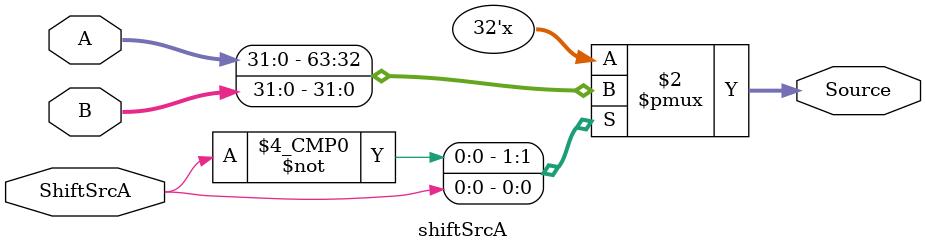
<source format=sv>
module shiftSrcA(
input logic [31:0] A,
input logic [31:0] B,
input logic ShiftSrcA,
output logic [31:0] Source
);

always 
	case (ShiftSrcA)
		2'd0: begin
			Source = A;
		end
		2'd1: begin
			Source = B;
		end
	endcase
	
endmodule

</source>
